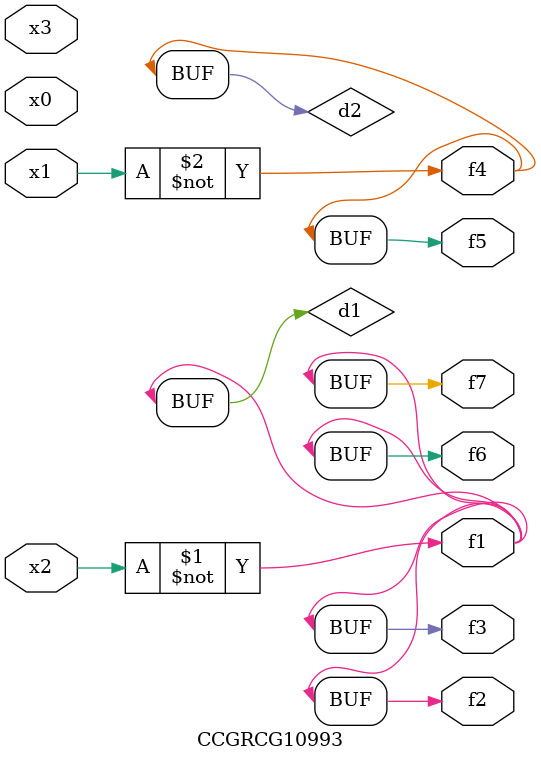
<source format=v>
module CCGRCG10993(
	input x0, x1, x2, x3,
	output f1, f2, f3, f4, f5, f6, f7
);

	wire d1, d2;

	xnor (d1, x2);
	not (d2, x1);
	assign f1 = d1;
	assign f2 = d1;
	assign f3 = d1;
	assign f4 = d2;
	assign f5 = d2;
	assign f6 = d1;
	assign f7 = d1;
endmodule

</source>
